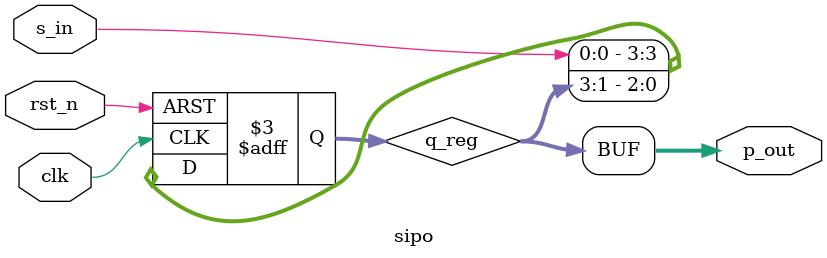
<source format=v>
`timescale 1ns / 1ps


module sipo(
    input clk,
    input rst_n,
    input s_in,
    output [3:0] p_out
    );
    
    reg [3:0] q_reg ;
    assign p_out = q_reg ;
    always @ (posedge clk or negedge rst_n) begin
        if (rst_n == 1'b0) begin
            q_reg <= 4'b0000;
        end else begin 
            q_reg <= {s_in, q_reg [3:1]} ;
        end
    end           
endmodule

</source>
